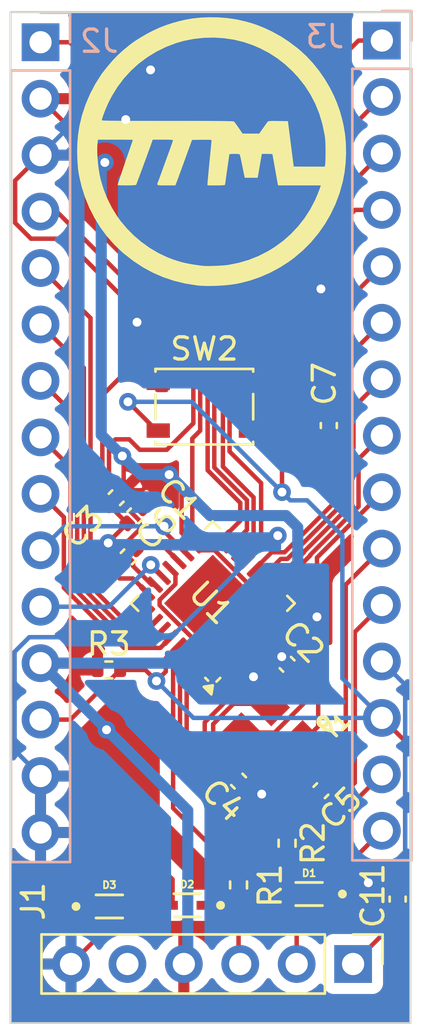
<source format=kicad_pcb>
(kicad_pcb (version 20240108) (generator "pcbnew") (generator_version "8.0")
  (layers (0 "F.Cu" signal) (31 "B.Cu" signal) (34 "B.Paste" user) (35 "F.Paste" user) (36 "B.SilkS" user "B.Silkscreen") (37 "F.SilkS" user "F.Silkscreen") (38 "B.Mask" user) (39 "F.Mask" user) (44 "Edge.Cuts" user))
  (net 0 "")
  (net 1 "D3")
  (net 2 "GND")
  (net 3 "+5V")
  (net 4 "Net-(U1-XTAL1{slash}PB6)")
  (net 5 "Net-(U1-XTAL2{slash}PB7)")
  (net 6 "D5")
  (net 7 "D6")
  (net 8 "D7")
  (net 9 "D8")
  (net 10 "D9")
  (net 11 "D10")
  (net 12 "D11")
  (net 13 "D12")
  (net 14 "D13")
  (net 15 "A6")
  (net 16 "Net-(U1-AREF)")
  (net 17 "A7")
  (net 18 "A0")
  (net 19 "A1")
  (net 20 "A2")
  (net 21 "A3")
  (net 22 "A4")
  (net 23 "A5")
  (net 24 "RESET")
  (net 25 "Net-(U1-PD0)")
  (net 26 "Net-(U1-PD1)")
  (net 27 "D2")
  (net 28 "Net-(J1-Pin_1)")
  (net 29 "TX{slash}D1")
  (net 30 "RX{slash}D0")
  (net 32 "D4")
  (footprint "huella y simbolos:TVS_LESD5D5.0CT1G" (layer "F.Cu") (at 97.8154 81.8134)
    (property "Reference" "D3" (at 0 -0.9652 0) (layer "F.SilkS") (effects (font (size 0.32 0.32) (thickness 0.08))))
    (property "Value" "LESD5D5.0CT1G" (hide yes))
    (pad "1" smd rect (at -0.66 0) (size 0.48 0.4) (layers "F.Cu" "F.Paste" "F.Mask") (net 2 "GND"))
    (pad "2" smd rect (at 0.66 0) (size 0.48 0.4) (layers "F.Cu" "F.Paste" "F.Mask") (net 3 "+5V"))
  )
  (footprint "huella y simbolos:TVS_LESD5D5.0CT1G" (layer "F.Cu") (at 101.3206 81.7626 180)
    (property "Reference" "D2" (at 0 0.9398 180) (layer "F.SilkS") (effects (font (size 0.32 0.32) (thickness 0.08))))
    (property "Value" "LESD5D5.0CT1G" (hide yes))
    (pad "1" smd rect (at -0.66 0 180) (size 0.48 0.4) (layers "F.Cu" "F.Paste" "F.Mask") (net 30 "RX{slash}D0"))
    (pad "2" smd rect (at 0.66 0 180) (size 0.48 0.4) (layers "F.Cu" "F.Paste" "F.Mask") (net 2 "GND"))
  )
  (footprint "Connector_PinHeader_2.54mm:PinHeader_1x06_P2.54mm_Vertical" (layer "F.Cu") (at 108.7882 84.4042 -90)
    (property "Reference" "J1" (at -2.8194 14.4018 90) (layer "F.SilkS"))
    (property "Value" "Screw_Terminal_01x06" (hide yes))
    (pad "1" thru_hole rect (at 0 0 270) (size 1.7 1.7) (drill 1) (layers "*.Cu" "*.Mask") (net 28 "Net-(J1-Pin_1)"))
    (pad "2" thru_hole oval (at 0 2.54 270) (size 1.7 1.7) (drill 1) (layers "*.Cu" "*.Mask") (net 29 "TX{slash}D1"))
    (pad "3" thru_hole oval (at 0 5.08 270) (size 1.7 1.7) (drill 1) (layers "*.Cu" "*.Mask") (net 30 "RX{slash}D0"))
    (pad "4" thru_hole oval (at 0 7.62 270) (size 1.7 1.7) (drill 1) (layers "*.Cu" "*.Mask") (net 3 "+5V"))
    (pad "5" thru_hole oval (at 0 10.16 270) (size 1.7 1.7) (drill 1) (layers "*.Cu" "*.Mask"))
    (pad "6" thru_hole oval (at 0 12.7 270) (size 1.7 1.7) (drill 1) (layers "*.Cu" "*.Mask") (net 2 "GND"))
  )
  (footprint "Capacitor_SMD:C_0402_1005Metric" (layer "F.Cu") (at 107.3404 76.6064 -135)
    (property "Reference" "C5" (at -0.071842 -1.185394 -135) (layer "F.SilkS"))
    (property "Value" "22pF")
    (pad "1" smd roundrect (at -0.48 0 225) (size 0.56 0.62) (layers "F.Cu" "F.Paste" "F.Mask") (net 5 "Net-(U1-XTAL2{slash}PB7)"))
    (pad "2" smd roundrect (at 0.48 0 225) (size 0.56 0.62) (layers "F.Cu" "F.Paste" "F.Mask") (net 2 "GND"))
  )
  (footprint "HUELLA DE v2:OSC_X322516MLB4SI" (layer "F.Cu") (at 105.2068 74.168 -135)
    (property "Reference" "Y1" (at -2.334867 -1.688288 -135) (layer "F.SilkS") (effects (font (size 0.64 0.64))))
    (property "Value" "X322516MLB4SI" (hide yes))
    (pad "1" smd rect (at -0.85 -1.1 225) (size 1.2 1.4) (layers "F.Cu" "F.Paste" "F.Mask") (net 5 "Net-(U1-XTAL2{slash}PB7)"))
    (pad "2" smd rect (at -0.85 1.1 225) (size 1.2 1.4) (layers "F.Cu" "F.Paste" "F.Mask") (net 2 "GND"))
    (pad "3" smd rect (at 0.85 1.1 225) (size 1.2 1.4) (layers "F.Cu" "F.Paste" "F.Mask") (net 4 "Net-(U1-XTAL1{slash}PB6)"))
    (pad "4" smd rect (at 0.85 -1.1 225) (size 1.2 1.4) (layers "F.Cu" "F.Paste" "F.Mask") (net 2 "GND"))
  )
  (footprint "huella y simbolos:TVS_LESD5D5.0CT1G" (layer "F.Cu") (at 106.807 81.2546 180)
    (property "Reference" "D1" (at 0 0.9398 180) (layer "F.SilkS") (effects (font (size 0.32 0.32))))
    (property "Value" "LESD5D5.0CT1G" (hide yes))
    (pad "1" smd rect (at -0.66 0 180) (size 0.48 0.4) (layers "F.Cu" "F.Paste" "F.Mask") (net 2 "GND"))
    (pad "2" smd rect (at 0.66 0 180) (size 0.48 0.4) (layers "F.Cu" "F.Paste" "F.Mask") (net 29 "TX{slash}D1"))
  )
  (footprint "Resistor_SMD:R_0402_1005Metric" (layer "F.Cu") (at 105.8164 78.9686 -90)
    (property "Reference" "R2" (at 0 -1.17 90) (layer "F.SilkS"))
    (property "Value" "1K")
    (pad "1" smd roundrect (at -0.51 0 270) (size 0.54 0.64) (layers "F.Cu" "F.Paste" "F.Mask") (net 26 "Net-(U1-PD1)"))
    (pad "2" smd roundrect (at 0.51 0 270) (size 0.54 0.64) (layers "F.Cu" "F.Paste" "F.Mask") (net 29 "TX{slash}D1"))
  )
  (footprint "Capacitor_SMD:C_0402_1005Metric" (layer "F.Cu") (at 110.7948 81.4832 -90)
    (property "Reference" "C11" (at -0.1524 1.1176 90) (layer "F.SilkS"))
    (property "Value" "0.1uF")
    (pad "1" smd roundrect (at -0.48 0 270) (size 0.56 0.62) (layers "F.Cu" "F.Paste" "F.Mask") (net 24 "RESET"))
    (pad "2" smd roundrect (at 0.48 0 270) (size 0.56 0.62) (layers "F.Cu" "F.Paste" "F.Mask") (net 28 "Net-(J1-Pin_1)"))
  )
  (footprint "Package_DFN_QFN:QFN-32-1EP_5x5mm_P0.5mm_EP3.1x3.1mm" (layer "F.Cu") (at 102.470297 68.174157 135)
    (property "Reference" "U1" (at 0.076971 -0.040263 135) (layer "F.SilkS"))
    (property "Value" "ATmega328P-A" (hide yes))
    (pad "1" smd roundrect (at -2.4375 -1.75 135) (size 0.875 0.25) (layers "F.Cu" "F.Paste" "F.Mask") (net 1 "D3"))
    (pad "2" smd roundrect (at -2.4375 -1.25 135) (size 0.875 0.25) (layers "F.Cu" "F.Paste" "F.Mask") (net 32 "D4"))
    (pad "3" smd roundrect (at -2.4375 -0.75 135) (size 0.875 0.25) (layers "F.Cu" "F.Paste" "F.Mask") (net 2 "GND"))
    (pad "4" smd roundrect (at -2.4375 -0.25 135) (size 0.875 0.25) (layers "F.Cu" "F.Paste" "F.Mask") (net 3 "+5V"))
    (pad "5" smd roundrect (at -2.4375 0.25 135) (size 0.875 0.25) (layers "F.Cu" "F.Paste" "F.Mask") (net 2 "GND"))
    (pad "6" smd roundrect (at -2.4375 0.75 135) (size 0.875 0.25) (layers "F.Cu" "F.Paste" "F.Mask") (net 3 "+5V"))
    (pad "7" smd roundrect (at -2.4375 1.25 135) (size 0.875 0.25) (layers "F.Cu" "F.Paste" "F.Mask") (net 4 "Net-(U1-XTAL1{slash}PB6)"))
    (pad "8" smd roundrect (at -2.4375 1.75 135) (size 0.875 0.25) (layers "F.Cu" "F.Paste" "F.Mask") (net 5 "Net-(U1-XTAL2{slash}PB7)"))
    (pad "9" smd roundrect (at -1.75 2.4375 135) (size 0.25 0.875) (layers "F.Cu" "F.Paste" "F.Mask") (net 6 "D5"))
    (pad "10" smd roundrect (at -1.25 2.4375 135) (size 0.25 0.875) (layers "F.Cu" "F.Paste" "F.Mask") (net 7 "D6"))
    (pad "11" smd roundrect (at -0.75 2.4375 135) (size 0.25 0.875) (layers "F.Cu" "F.Paste" "F.Mask") (net 8 "D7"))
    (pad "12" smd roundrect (at -0.25 2.4375 135) (size 0.25 0.875) (layers "F.Cu" "F.Paste" "F.Mask") (net 9 "D8"))
    (pad "13" smd roundrect (at 0.25 2.4375 135) (size 0.25 0.875) (layers "F.Cu" "F.Paste" "F.Mask") (net 10 "D9"))
    (pad "14" smd roundrect (at 0.75 2.4375 135) (size 0.25 0.875) (layers "F.Cu" "F.Paste" "F.Mask") (net 11 "D10"))
    (pad "15" smd roundrect (at 1.25 2.4375 135) (size 0.25 0.875) (layers "F.Cu" "F.Paste" "F.Mask") (net 12 "D11"))
    (pad "16" smd roundrect (at 1.75 2.4375 135) (size 0.25 0.875) (layers "F.Cu" "F.Paste" "F.Mask") (net 13 "D12"))
    (pad "17" smd roundrect (at 2.4375 1.75 135) (size 0.875 0.25) (layers "F.Cu" "F.Paste" "F.Mask") (net 14 "D13"))
    (pad "18" smd roundrect (at 2.4375 1.25 135) (size 0.875 0.25) (layers "F.Cu" "F.Paste" "F.Mask") (net 3 "+5V"))
    (pad "19" smd roundrect (at 2.4375 0.75 135) (size 0.875 0.25) (layers "F.Cu" "F.Paste" "F.Mask") (net 15 "A6"))
    (pad "20" smd roundrect (at 2.4375 0.25 135) (size 0.875 0.25) (layers "F.Cu" "F.Paste" "F.Mask") (net 16 "Net-(U1-AREF)"))
    (pad "21" smd roundrect (at 2.4375 -0.25 135) (size 0.875 0.25) (layers "F.Cu" "F.Paste" "F.Mask") (net 2 "GND"))
    (pad "22" smd roundrect (at 2.4375 -0.75 135) (size 0.875 0.25) (layers "F.Cu" "F.Paste" "F.Mask") (net 17 "A7"))
    (pad "23" smd roundrect (at 2.4375 -1.25 135) (size 0.875 0.25) (layers "F.Cu" "F.Paste" "F.Mask") (net 18 "A0"))
    (pad "24" smd roundrect (at 2.4375 -1.75 135) (size 0.875 0.25) (layers "F.Cu" "F.Paste" "F.Mask") (net 19 "A1"))
    (pad "25" smd roundrect (at 1.75 -2.4375 135) (size 0.25 0.875) (layers "F.Cu" "F.Paste" "F.Mask") (net 20 "A2"))
    (pad "26" smd roundrect (at 1.25 -2.4375 135) (size 0.25 0.875) (layers "F.Cu" "F.Paste" "F.Mask") (net 21 "A3"))
    (pad "27" smd roundrect (at 0.75 -2.4375 135) (size 0.25 0.875) (layers "F.Cu" "F.Paste" "F.Mask") (net 22 "A4"))
    (pad "28" smd roundrect (at 0.25 -2.4375 135) (size 0.25 0.875) (layers "F.Cu" "F.Paste" "F.Mask") (net 23 "A5"))
    (pad "29" smd roundrect (at -0.25 -2.4375 135) (size 0.25 0.875) (layers "F.Cu" "F.Paste" "F.Mask") (net 24 "RESET"))
    (pad "30" smd roundrect (at -0.75 -2.4375 135) (size 0.25 0.875) (layers "F.Cu" "F.Paste" "F.Mask") (net 25 "Net-(U1-PD0)"))
    (pad "31" smd roundrect (at -1.25 -2.4375 135) (size 0.25 0.875) (layers "F.Cu" "F.Paste" "F.Mask") (net 26 "Net-(U1-PD1)"))
    (pad "32" smd roundrect (at -1.75 -2.4375 135) (size 0.25 0.875) (layers "F.Cu" "F.Paste" "F.Mask") (net 27 "D2"))
    (pad "33" smd rect (at 0 0 135) (size 3.1 3.1) (property pad_prop_heatsink) (layers "F.Cu" "F.Mask"))
  )
  (footprint "proyecto_micro_v2:titan 2" (layer "F.Cu") (at 102.6668 47.9044)
    (property "Reference" " " (at -0.0508 0.508 0) (layer "F.SilkS") (effects (font (size 1.5 1.5) (thickness 0.3))))
    (property "Value" "LOGO" (hide yes))
  )
  (footprint "Button_Switch_SMD:SW_SPST_PTS810" (layer "F.Cu") (at 102.0904 59.3262)
    (property "Reference" "SW2" (at 0 -2.6 0) (layer "F.SilkS"))
    (property "Value" "PTS810")
    (pad "1" smd rect (at -2.075 -1.075) (size 1.05 0.65) (layers "F.Cu" "F.Paste" "F.Mask") (net 2 "GND"))
    (pad "1" smd rect (at 2.075 -1.075) (size 1.05 0.65) (layers "F.Cu" "F.Paste" "F.Mask") (net 2 "GND"))
    (pad "2" smd rect (at -2.075 1.075) (size 1.05 0.65) (layers "F.Cu" "F.Paste" "F.Mask") (net 24 "RESET"))
    (pad "2" smd rect (at 2.075 1.075) (size 1.05 0.65) (layers "F.Cu" "F.Paste" "F.Mask") (net 24 "RESET"))
  )
  (footprint "Resistor_SMD:R_0402_1005Metric" (layer "F.Cu") (at 97.79 71.1708)
    (property "Reference" "R3" (at 0 -1.17 0) (layer "F.SilkS"))
    (property "Value" "10k")
    (pad "1" smd roundrect (at -0.51 0) (size 0.54 0.64) (layers "F.Cu" "F.Paste" "F.Mask") (net 3 "+5V"))
    (pad "2" smd roundrect (at 0.51 0) (size 0.54 0.64) (layers "F.Cu" "F.Paste" "F.Mask") (net 24 "RESET"))
  )
  (footprint "Capacitor_SMD:C_0402_1005Metric" (layer "F.Cu") (at 107.696 60.1726 -90)
    (property "Reference" "C7" (at -1.8796 0.2032 90) (layer "F.SilkS"))
    (property "Value" "0.1uF")
    (pad "1" smd roundrect (at -0.48 0 270) (size 0.56 0.62) (layers "F.Cu" "F.Paste" "F.Mask") (net 2 "GND"))
    (pad "2" smd roundrect (at 0.48 0 270) (size 0.56 0.62) (layers "F.Cu" "F.Paste" "F.Mask") (net 24 "RESET"))
  )
  (footprint "Capacitor_SMD:C_0402_1005Metric" (layer "F.Cu") (at 98.9584 64.2366 -135)
    (property "Reference" "C1" (at -1.939735 -0.862105 -45) (layer "F.SilkS"))
    (property "Value" "4.7uF")
    (pad "1" smd roundrect (at -0.48 0 225) (size 0.56 0.62) (layers "F.Cu" "F.Paste" "F.Mask") (net 3 "+5V"))
    (pad "2" smd roundrect (at 0.48 0 225) (size 0.56 0.62) (layers "F.Cu" "F.Paste" "F.Mask") (net 2 "GND"))
  )
  (footprint "Capacitor_SMD:C_0402_1005Metric" (layer "F.Cu") (at 98.1202 63.4238 -135)
    (property "Reference" "C3" (at 1.993617 0.125724 -135) (layer "F.SilkS"))
    (property "Value" "1uF")
    (pad "1" smd roundrect (at -0.48 0 225) (size 0.56 0.62) (layers "F.Cu" "F.Paste" "F.Mask") (net 3 "+5V"))
    (pad "2" smd roundrect (at 0.48 0 225) (size 0.56 0.62) (layers "F.Cu" "F.Paste" "F.Mask") (net 2 "GND"))
  )
  (footprint "Resistor_SMD:R_0402_1005Metric" (layer "F.Cu") (at 103.632 80.8462 -90)
    (property "Reference" "R1" (at 0.0274 -1.4224 90) (layer "F.SilkS"))
    (property "Value" "1K")
    (pad "1" smd roundrect (at -0.51 0 270) (size 0.54 0.64) (layers "F.Cu" "F.Paste" "F.Mask") (net 25 "Net-(U1-PD0)"))
    (pad "2" smd roundrect (at 0.51 0 270) (size 0.54 0.64) (layers "F.Cu" "F.Paste" "F.Mask") (net 30 "RX{slash}D0"))
  )
  (footprint "Capacitor_SMD:C_0402_1005Metric" (layer "F.Cu") (at 105.8164 70.9168 -45)
    (property "Reference" "C2" (at -0.2025 -1.221315 135) (layer "F.SilkS"))
    (property "Value" "1uF")
    (pad "1" smd roundrect (at -0.48 0 315) (size 0.56 0.62) (layers "F.Cu" "F.Paste" "F.Mask") (net 3 "+5V"))
    (pad "2" smd roundrect (at 0.48 0 315) (size 0.56 0.62) (layers "F.Cu" "F.Paste" "F.Mask") (net 2 "GND"))
  )
  (footprint "Capacitor_SMD:C_0402_1005Metric" (layer "F.Cu") (at 103.632 76.1746 -45)
    (property "Reference" "C4" (at 0.107763 1.113552 135) (layer "F.SilkS"))
    (property "Value" "22pF")
    (pad "1" smd roundrect (at -0.48 0 315) (size 0.56 0.62) (layers "F.Cu" "F.Paste" "F.Mask") (net 4 "Net-(U1-XTAL1{slash}PB6)"))
    (pad "2" smd roundrect (at 0.48 0 315) (size 0.56 0.62) (layers "F.Cu" "F.Paste" "F.Mask") (net 2 "GND"))
  )
  (footprint "Capacitor_SMD:C_0402_1005Metric" (layer "F.Cu") (at 98.662811 66.081589 45)
    (property "Reference" "C6" (at 1.809078 0.035921 45) (layer "F.SilkS"))
    (property "Value" "100 nF")
    (pad "1" smd roundrect (at -0.48 0 45) (size 0.56 0.62) (layers "F.Cu" "F.Paste" "F.Mask") (net 2 "GND"))
    (pad "2" smd roundrect (at 0.48 0 45) (size 0.56 0.62) (layers "F.Cu" "F.Paste" "F.Mask") (net 16 "Net-(U1-AREF)"))
  )
  (footprint "Connector_PinHeader_2.54mm:PinHeader_1x15_P2.54mm_Vertical" (layer "B.Cu") (at 110.0836 42.8498 180)
    (property "Reference" "J3" (at 2.5654 0.1778 180) (layer "B.SilkS") (effects (justify mirror)))
    (property "Value" "Screw_Terminal_01x15" (hide yes))
    (pad "1" thru_hole rect (at 0 0 180) (size 1.7 1.7) (drill 1) (layers "*.Cu" "*.Mask") (net 13 "D12"))
    (pad "2" thru_hole oval (at 0 -2.54 180) (size 1.7 1.7) (drill 1) (layers "*.Cu" "*.Mask") (net 12 "D11"))
    (pad "3" thru_hole oval (at 0 -5.08 180) (size 1.7 1.7) (drill 1) (layers "*.Cu" "*.Mask") (net 11 "D10"))
    (pad "4" thru_hole oval (at 0 -7.62 180) (size 1.7 1.7) (drill 1) (layers "*.Cu" "*.Mask") (net 10 "D9"))
    (pad "5" thru_hole oval (at 0 -10.16 180) (size 1.7 1.7) (drill 1) (layers "*.Cu" "*.Mask") (net 9 "D8"))
    (pad "6" thru_hole oval (at 0 -12.7 180) (size 1.7 1.7) (drill 1) (layers "*.Cu" "*.Mask") (net 8 "D7"))
    (pad "7" thru_hole oval (at 0 -15.24 180) (size 1.7 1.7) (drill 1) (layers "*.Cu" "*.Mask") (net 7 "D6"))
    (pad "8" thru_hole oval (at 0 -17.78 180) (size 1.7 1.7) (drill 1) (layers "*.Cu" "*.Mask") (net 6 "D5"))
    (pad "9" thru_hole oval (at 0 -20.32 180) (size 1.7 1.7) (drill 1) (layers "*.Cu" "*.Mask") (net 32 "D4"))
    (pad "10" thru_hole oval (at 0 -22.86 180) (size 1.7 1.7) (drill 1) (layers "*.Cu" "*.Mask") (net 1 "D3"))
    (pad "11" thru_hole oval (at 0 -25.4 180) (size 1.7 1.7) (drill 1) (layers "*.Cu" "*.Mask") (net 27 "D2"))
    (pad "12" thru_hole oval (at 0 -27.94 180) (size 1.7 1.7) (drill 1) (layers "*.Cu" "*.Mask") (net 2 "GND"))
    (pad "13" thru_hole oval (at 0 -30.48 180) (size 1.7 1.7) (drill 1) (layers "*.Cu" "*.Mask") (net 24 "RESET"))
    (pad "14" thru_hole oval (at 0 -33.02 180) (size 1.7 1.7) (drill 1) (layers "*.Cu" "*.Mask") (net 30 "RX{slash}D0"))
    (pad "15" thru_hole oval (at 0 -35.56 180) (size 1.7 1.7) (drill 1) (layers "*.Cu" "*.Mask") (net 29 "TX{slash}D1"))
  )
  (footprint "Connector_PinHeader_2.54mm:PinHeader_1x15_P2.54mm_Vertical" (layer "B.Cu") (at 94.7166 42.926 180)
    (property "Reference" "J2" (at -2.6416 0.0508 180) (layer "B.SilkS") (effects (justify mirror)))
    (property "Value" "Screw_Terminal_01x15" (hide yes))
    (pad "1" thru_hole rect (at 0 0 180) (size 1.7 1.7) (drill 1) (layers "*.Cu" "*.Mask") (net 14 "D13"))
    (pad "2" thru_hole oval (at 0 -2.54 180) (size 1.7 1.7) (drill 1) (layers "*.Cu" "*.Mask") (net 3 "+5V"))
    (pad "3" thru_hole oval (at 0 -5.08 180) (size 1.7 1.7) (drill 1) (layers "*.Cu" "*.Mask") (net 2 "GND"))
    (pad "4" thru_hole oval (at 0 -7.62 180) (size 1.7 1.7) (drill 1) (layers "*.Cu" "*.Mask") (net 18 "A0"))
    (pad "5" thru_hole oval (at 0 -10.16 180) (size 1.7 1.7) (drill 1) (layers "*.Cu" "*.Mask") (net 19 "A1"))
    (pad "6" thru_hole oval (at 0 -12.7 180) (size 1.7 1.7) (drill 1) (layers "*.Cu" "*.Mask") (net 20 "A2"))
    (pad "7" thru_hole oval (at 0 -15.24 180) (size 1.7 1.7) (drill 1) (layers "*.Cu" "*.Mask") (net 21 "A3"))
    (pad "8" thru_hole oval (at 0 -17.78 180) (size 1.7 1.7) (drill 1) (layers "*.Cu" "*.Mask") (net 22 "A4"))
    (pad "9" thru_hole oval (at 0 -20.32 180) (size 1.7 1.7) (drill 1) (layers "*.Cu" "*.Mask") (net 23 "A5"))
    (pad "10" thru_hole oval (at 0 -22.86 180) (size 1.7 1.7) (drill 1) (layers "*.Cu" "*.Mask") (net 15 "A6"))
    (pad "11" thru_hole oval (at 0 -25.4 180) (size 1.7 1.7) (drill 1) (layers "*.Cu" "*.Mask") (net 17 "A7"))
    (pad "12" thru_hole oval (at 0 -27.94 180) (size 1.7 1.7) (drill 1) (layers "*.Cu" "*.Mask") (net 3 "+5V"))
    (pad "13" thru_hole oval (at 0 -30.48 180) (size 1.7 1.7) (drill 1) (layers "*.Cu" "*.Mask") (net 24 "RESET"))
    (pad "14" thru_hole oval (at 0 -33.02 180) (size 1.7 1.7) (drill 1) (layers "*.Cu" "*.Mask") (net 2 "GND"))
    (pad "15" thru_hole oval (at 0 -35.56 180) (size 1.7 1.7) (drill 1) (layers "*.Cu" "*.Mask") (net 2 "GND"))
  )
  (gr_rect (start 93.3672 41.5686) (end 111.3672 87.0686) (stroke (width 0.1)) (fill none) (layer "Edge.Cuts"))
  (segment (start 103.7082 71.9328) (end 102.108 73.533) (width 0.2) (layer "F.Cu") (net 1))
  (segment (start 108.458 76.21005) (end 108.458 67.3354) (width 0.2) (layer "F.Cu") (net 1))
  (segment (start 103.7082 71.886934) (end 103.7082 71.9328) (width 0.2) (layer "F.Cu") (net 1))
  (segment (start 108.458 67.3354) (end 110.0836 65.7098) (width 0.2) (layer "F.Cu") (net 1))
  (segment (start 102.956433 71.135167) (end 103.7082 71.886934) (width 0.2) (layer "F.Cu") (net 1))
  (segment (start 102.108 75.796114) (end 103.819644 77.507758) (width 0.2) (layer "F.Cu") (net 1))
  (segment (start 103.819644 77.507758) (end 107.160292 77.507758) (width 0.2) (layer "F.Cu") (net 1))
  (segment (start 107.160292 77.507758) (end 108.458 76.21005) (width 0.2) (layer "F.Cu") (net 1))
  (segment (start 102.108 73.533) (end 102.108 75.796114) (width 0.2) (layer "F.Cu") (net 1))
  (segment (start 100.0154 58.2512) (end 100.0154 56.556) (width 0.2) (layer "F.Cu") (net 2))
  (segment (start 99.06 57.2516) (end 97.4996 58.812) (width 0.2) (layer "F.Cu") (net 2))
  (segment (start 103.444009 69.746028) (end 103.444009 70.208529) (width 0.2) (layer "F.Cu") (net 2))
  (segment (start 99.06 55.0418) (end 95.7834 51.7652) (width 0.2) (layer "F.Cu") (net 2))
  (segment (start 102.489 73.6092) (end 102.489 75.75285) (width 0.2) (layer "F.Cu") (net 2))
  (segment (start 100.569948 66.627361) (end 100.789478 66.846891) (width 0.2) (layer "F.Cu") (net 2))
  (segment (start 100.0154 56.556) (end 99.06 55.6006) (width 0.2) (layer "F.Cu") (net 2))
  (segment (start 97.1554 81.8134) (end 97.1554 83.337) (width 0.2) (layer "F.Cu") (net 2))
  (segment (start 104.370646 69.720953) (end 104.089757 69.440064) (width 0.2) (layer "F.Cu") (net 2))
  (segment (start 98.3234 66.421) (end 97.7646 65.8622) (width 0.2) (layer "F.Cu") (net 2))
  (segment (start 102.964528 70.1548) (end 103.39028 70.1548) (width 0.2) (layer "F.Cu") (net 2))
  (segment (start 97.4996 58.812) (end 97.4996 63.482022) (width 0.2) (layer "F.Cu") (net 2))
  (segment (start 103.971411 76.514011) (end 104.428611 76.514011) (width 0.2) (layer "F.Cu") (net 2))
  (segment (start 108.966 81.2546) (end 109.474 80.7466) (width 0.2) (layer "F.Cu") (net 2))
  (segment (start 100.6606 80.5946) (end 98.552 78.486) (width 0.2) (layer "F.Cu") (net 2))
  (segment (start 97.7646 65.4304) (end 98.618989 64.576011) (width 0.2) (layer "F.Cu") (net 2))
  (segment (start 100.078266 68.257) (end 102.387454 70.566188) (width 0.2) (layer "F.Cu") (net 2))
  (segment (start 97.4996 63.482022) (end 97.780789 63.763211) (width 0.2) (layer "F.Cu") (net 2))
  (segment (start 93.5736 49.149) (end 94.7166 48.006) (width 0.2) (layer "F.Cu") (net 2))
  (segment (start 98.552 78.486) (end 94.7166 78.486) (width 0.2) (layer "F.Cu") (net 2))
  (segment (start 100.6606 81.7626) (end 100.6606 80.5946) (width 0.2) (layer "F.Cu") (net 2))
  (segment (start 103.4034 72.6948) (end 102.489 73.6092) (width 0.2) (layer "F.Cu") (net 2))
  (segment (start 104.112869 70.877389) (end 104.887989 70.877389) (width 0.2) (layer "F.Cu") (net 2))
  (segment (start 106.2546 58.2512) (end 107.696 59.6926) (width 0.2) (layer "F.Cu") (net 2))
  (segment (start 97.7646 65.8622) (end 97.7646 65.4558) (width 0.2) (layer "F.Cu") (net 2))
  (segment (start 103.66354 70.42806) (end 104.112869 70.877389) (width 0.2) (layer "F.Cu") (net 2))
  (segment (start 103.250161 76.514011) (end 103.971411 76.514011) (width 0.2) (layer "F.Cu") (net 2))
  (segment (start 103.39028 70.1548) (end 103.66354 70.42806) (width 0.2) (layer "F.Cu") (net 2))
  (segment (start 100.789478 66.846891) (end 100.789478 67.309393) (width 0.2) (layer "F.Cu") (net 2))
  (segment (start 93.5736 51.054) (end 93.5736 49.149) (width 0.2) (layer "F.Cu") (net 2))
  (segment (start 99.06 55.5244) (end 99.06 57.2516) (width 0.2) (layer "F.Cu") (net 2))
  (segment (start 103.444009 70.208529) (end 103.66354 70.42806) (width 0.2) (layer "F.Cu") (net 2))
  (segment (start 97.780789 63.763211) (end 97.806189 63.763211) (width 0.2) (layer "F.Cu") (net 2))
  (segment (start 104.887989 70.877389) (end 105.3084 71.2978) (width 0.2) (layer "F.Cu") (net 2))
  (segment (start 100.789478 67.309393) (end 100.078266 68.020605) (width 0.2) (layer "F.Cu") (net 2))
  (segment (start 94.2848 51.7652) (end 93.5736 51.054) (width 0.2) (layer "F.Cu") (net 2))
  (segment (start 99.06 55.6006) (end 99.06 55.5244) (width 0.2) (layer "F.Cu") (net 2))
  (segment (start 105.383577 75.546858) (end 104.938564 75.546858) (width 0.2) (layer "F.Cu") (net 2))
  (segment (start 104.1654 58.2512) (end 104.1654 57.2008) (width 0.2) (layer "F.Cu") (net 2))
  (segment (start 97.1554 83.337) (end 96.0882 84.4042) (width 0.2) (layer "F.Cu") (net 2))
  (segment (start 104.1654 57.2008) (end 107.3404 54.0258) (width 0.2) (layer "F.Cu") (net 2))
  (segment (start 98.3234 66.421) (end 98.104197 66.201797) (width 0.2) (layer "F.Cu") (net 2))
  (segment (start 97.7646 65.8622) (end 97.7646 65.4304) (width 0.2) (layer "F.Cu") (net 2))
  (segment (start 102.55314 70.566188) (end 102.964528 70.1548) (width 0.2) (layer "F.Cu") (net 2))
  (segment (start 102.489 75.75285) (end 103.250161 76.514011) (width 0.2) (layer "F.Cu") (net 2))
  (segment (start 104.089757 69.440064) (end 103.749973 69.440064) (width 0.2) (layer "F.Cu") (net 2))
  (segment (start 99.06 55.5244) (end 99.06 55.0418) (width 0.2) (layer "F.Cu") (net 2))
  (segment (start 102.387454 70.566188) (end 102.55314 70.566188) (width 0.2) (layer "F.Cu") (net 2))
  (segment (start 104.938564 75.546858) (end 103.971411 76.514011) (width 0.2) (layer "F.Cu") (net 2))
  (segment (start 105.3084 71.2978) (end 106.171999 71.2978) (width 0.2) (layer "F.Cu") (net 2))
  (segment (start 104.428611 76.514011) (end 104.6734 76.7588) (width 0.2) (layer "F.Cu") (net 2))
  (segment (start 95.7834 51.7652) (end 94.2848 51.7652) (width 0.2) (layer "F.Cu") (net 2))
  (segment (start 98.104197 66.201797) (end 97.7646 65.8622) (width 0.2) (layer "F.Cu") (net 2))
  (segment (start 104.1654 58.2512) (end 106.2546 58.2512) (width 0.2) (layer "F.Cu") (net 2))
  (segment (start 103.749973 69.440064) (end 103.444009 69.746028) (width 0.2) (layer "F.Cu") (net 2))
  (segment (start 99.9744 58.5724) (end 100.371 58.5724) (width 0.2) (layer "F.Cu") (net 2))
  (segment (start 105.602036 75.546858) (end 105.383577 75.546858) (width 0.2) (layer "F.Cu") (net 2))
  (segment (start 100.078266 68.020605) (end 100.078266 68.257) (width 0.2) (layer "F.Cu") (net 2))
  (segment (start 107.467 81.2546) (end 108.966 81.2546) (width 0.2) (layer "F.Cu") (net 2))
  (segment (start 104.775 72.6948) (end 103.4034 72.6948) (width 0.2) (layer "F.Cu") (net 2))
  (segment (start 107.000989 76.945811) (end 105.602036 75.546858) (width 0.2) (layer "F.Cu") (net 2))
  (segment (start 106.171999 71.2978) (end 104.775 72.6948) (width 0.2) (layer "F.Cu") (net 2))
  (segment (start 97.806189 63.763211) (end 98.618989 64.576011) (width 0.2) (layer "F.Cu") (net 2))
  (via (at 109.474 80.7466) (size 0.8) (drill 0.4) (layers "F.Cu" "B.Cu") (net 2))
  (via (at 99.6696 44.1706) (size 0.8) (drill 0.4) (layers "F.Cu" "B.Cu") (net 2))
  (via (at 107.3404 54.0258) (size 0.8) (drill 0.4) (layers "F.Cu" "B.Cu") (net 2))
  (via (at 104.6734 76.7588) (size 0.8) (drill 0.4) (layers "F.Cu" "B.Cu") (net 2))
  (via (at 99.06 55.5244) (size 0.8) (drill 0.4) (layers "F.Cu" "B.Cu") (net 2))
  (via (at 97.7646 65.4558) (size 0.8) (drill 0.4) (layers "F.Cu" "B.Cu") (net 2))
  (via (at 98.552 46.4058) (size 0.8) (drill 0.4) (layers "F.Cu" "B.Cu") (net 2))
  (via (at 105.398 65.125992) (size 0.8) (drill 0.4) (layers "F.Cu" "B.Cu") (net 2))
  (segment (start 95.758 48.006) (end 97.3582 46.4058) (width 0.2) (layer "B.Cu") (net 2))
  (segment (start 109.728 80.7466) (end 109.474 80.7466) (width 0.2) (layer "B.Cu") (net 2))
  (segment (start 93.5482 74.7776) (end 93.5482 70.358) (width 0.2) (layer "B.Cu") (net 2))
  (segment (start 94.7166 75.946) (end 93.5482 74.7776) (width 0.2) (layer "B.Cu") (net 2))
  (segment (start 97.7646 65.4558) (end 97.8408 65.532) (width 0.5) (layer "B.Cu") (net 2))
  (segment (start 94.2086 69.6976) (end 100.603214 69.6976) (width 0.2) (layer "B.Cu") (net 2))
  (segment (start 111.1336 71.8398) (end 111.1336 79.341) (width 0.2) (layer "B.Cu") (net 2))
  (segment (start 110.0836 70.7898) (end 111.1336 71.8398) (width 0.2) (layer "B.Cu") (net 2))
  (segment (start 98.552 44.1706) (end 99.6696 44.1706) (width 0.2) (layer "B.Cu") (net 2))
  (segment (start 105.174822 65.125992) (end 105.398 65.125992) (width 0.2) (layer "B.Cu") (net 2))
  (segment (start 100.603214 69.6976) (end 105.174822 65.125992) (width 0.2) (layer "B.Cu") (net 2))
  (segment (start 111.1336 79.341) (end 109.728 80.7466) (width 0.2) (layer "B.Cu") (net 2))
  (segment (start 97.8408 65.532) (end 104.991992 65.532) (width 0.5) (layer "B.Cu") (net 2))
  (segment (start 94.7166 48.006) (end 98.552 44.1706) (width 0.2) (layer "B.Cu") (net 2))
  (segment (start 93.5482 70.358) (end 94.2086 69.6976) (width 0.2) (layer "B.Cu") (net 2))
  (segment (start 94.7166 48.006) (end 95.758 48.006) (width 0.2) (layer "B.Cu") (net 2))
  (segment (start 97.3582 46.4058) (end 98.552 46.4058) (width 0.2) (layer "B.Cu") (net 2))
  (segment (start 104.991992 65.532) (end 105.398 65.125992) (width 0.5) (layer "B.Cu") (net 2))
  (segment (start 100.5078 62.3824) (end 100.5078 62.6872) (width 0.2) (layer "F.Cu") (net 3))
  (segment (start 104.7242 69.3674) (end 105.476989 70.120189) (width 0.2) (layer "F.Cu") (net 3))
  (segment (start 110.0836 63.1952) (end 107.1626 66.1162) (width 0.2) (layer "F.Cu") (net 3))
  (segment (start 101.630608 65.566701) (end 101.850138 65.786231) (width 0.2) (layer "F.Cu") (net 3))
  (segment (start 104.504669 69.147869) (end 104.7242 69.3674) (width 0.2) (layer "F.Cu") (net 3))
  (segment (start 94.7166 45.466) (end 97.5868 48.3362) (width 0.2) (layer "F.Cu") (net 3))
  (segment (start 101.0666 62.9412) (end 100.5078 62.3824) (width 0.2) (layer "F.Cu") (net 3))
  (segment (start 99.297811 63.084389) (end 99.9998 62.3824) (width 0.2) (layer "F.Cu") (net 3))
  (segment (start 98.459611 63.084389) (end 98.459611 61.604211) (width 0.2) (layer "F.Cu") (net 3))
  (segment (start 102.55314 65.782126) (end 104.862328 68.091314) (width 0.2) (layer "F.Cu") (net 3))
  (segment (start 101.850138 65.786231) (end 102.312639 65.786231) (width 0.2) (layer "F.Cu") (net 3))
  (segment (start 104.504669 68.685368) (end 104.504669 69.147869) (width 0.2) (layer "F.Cu") (net 3))
  (segment (start 102.312639 65.786231) (end 102.316744 65.782126) (width 0.2) (layer "F.Cu") (net 3))
  (segment (start 104.862328 68.327709) (end 104.504669 68.685368) (width 0.2) (layer "F.Cu") (net 3))
  (segment (start 107.1626 66.1162) (end 107.1626 68.7832) (width 0.2) (layer "F.Cu") (net 3))
  (segment (start 104.519976 70.577389) (end 105.476989 70.577389) (width 0.2) (layer "F.Cu") (net 3))
  (segment (start 101.630608 65.566701) (end 101.0666 65.002693) (width 0.2) (layer "F.Cu") (net 3))
  (segment (start 104.017093 70.074506) (end 104.519976 70.577389) (width 0.2) (layer "F.Cu") (net 3))
  (segment (start 102.316744 65.782126) (end 102.55314 65.782126) (width 0.2) (layer "F.Cu") (net 3))
  (segment (start 104.006924 71.478551) (end 104.30499 71.478551) (width 0.2) (layer "F.Cu") (net 3))
  (segment (start 103.309986 70.781613) (end 104.006924 71.478551) (width 0.2) (layer "F.Cu") (net 3))
  (segment (start 99.9998 62.3824) (end 100.5078 62.3824) (width 0.2) (layer "F.Cu") (net 3))
  (segment (start 97.5868 48.3362) (end 97.6122 48.3362) (width 0.2) (layer "F.Cu") (net 3))
  (segment (start 110.0836 63.1698) (end 110.0836 63.1952) (width 0.2) (layer "F.Cu") (net 3))
  (segment (start 104.862328 68.091314) (end 104.862328 68.327709) (width 0.2) (layer "F.Cu") (net 3))
  (segment (start 105.481524 70.572854) (end 105.576099 70.572854) (width 0.2) (layer "F.Cu") (net 3))
  (segment (start 98.459611 61.604211) (end 98.3996 61.5442) (width 0.2) (layer "F.Cu") (net 3))
  (segment (start 105.476989 70.120189) (end 105.476989 70.577389) (width 0.2) (layer "F.Cu") (net 3))
  (segment (start 100.5078 62.6872) (end 99.297811 63.897189) (width 0.2) (layer "F.Cu") (net 3))
  (segment (start 98.459611 63.084389) (end 99.297811 63.084389) (width 0.2) (layer "F.Cu") (net 3))
  (segment (start 105.476989 70.577389) (end 105.481524 70.572854) (width 0.2) (layer "F.Cu") (net 3))
  (segment (start 101.0666 65.002693) (end 101.0666 62.9412) (width 0.2) (layer "F.Cu") (net 3))
  (via (at 105.576099 70.572854) (size 0.8) (drill 0.4) (layers "F.Cu" "B.Cu") (net 3))
  (via (at 98.3996 61.5442) (size 0.8) (drill 0.4) (layers "F.Cu" "B.Cu") (net 3))
  (via (at 104.30499 71.478551) (size 0.8) (drill 0.4) (layers "F.Cu" "B.Cu") (net 3))
  (via (at 97.6884 73.8632) (size 0.8) (drill 0.4) (layers "F.Cu" "B.Cu") (net 3))
  (via (at 97.6122 48.3362) (size 0.8) (drill 0.4) (layers "F.Cu" "B.Cu") (net 3))
  (via (at 107.1626 68.7832) (size 0.8) (drill 0.4) (layers "F.Cu" "B.Cu") (net 3))
  (via (at 100.5078 62.3824) (size 0.8) (drill 0.4) (layers "F.Cu" "B.Cu") (net 3))
  (segment (start 99.2378 62.3824) (end 100.5078 62.3824) (width 0.5) (layer "B.Cu") (net 3))
  (segment (start 105.584849 71.478551) (end 104.30499 71.478551) (width 0.5) (layer "B.Cu") (net 3))
  (segment (start 105.282953 70.866) (end 105.576099 70.572854) (width 0.5) (layer "B.Cu") (net 3))
  (segment (start 97.6122 48.3362) (end 97.4488 48.4996) (width 0.5) (layer "B.Cu") (net 3))
  (segment (start 107.1626 69.9008) (end 105.584849 71.478551) (width 0.5) (layer "B.Cu") (net 3))
  (segment (start 97.7138 73.8632) (end 101.346 77.4954) (width 0.5) (layer "B.Cu") (net 3))
  (segment (start 105.869245 70.866) (end 105.576099 70.572854) (width 0.5) (layer "B.Cu") (net 3))
  (segment (start 102.351392 64.225992) (end 105.770793 64.225992) (width 0.5) (layer "B.Cu") (net 3))
  (segment (start 106.298 69.850953) (end 105.576099 70.572854) (width 0.5) (layer "B.Cu") (net 3))
  (segment (start 97.4488 48.4996) (end 97.4488 60.5934) (width 0.5) (layer "B.Cu") (net 3))
  (segment (start 101.346 84.2264) (end 101.1682 84.4042) (width 0.5) (layer "B.Cu") (net 3))
  (segment (start 106.1974 70.866) (end 105.869245 70.866) (width 0.5) (layer "B.Cu") (net 3))
  (segment (start 97.4488 60.5934) (end 98.3996 61.5442) (width 0.5) (layer "B.Cu") (net 3))
  (segment (start 97.6884 73.8378) (end 97.6884 73.8632) (width 0.5) (layer "B.Cu") (net 3))
  (segment (start 94.7166 70.866) (end 105.282953 70.866) (width 0.5) (layer "B.Cu") (net 3))
  (segment (start 105.770793 64.225992) (end 106.298 64.753199) (width 0.5) (layer "B.Cu") (net 3))
  (segment (start 98.3996 61.5442) (end 99.2378 62.3824) (width 0.5) (layer "B.Cu") (net 3))
  (segment (start 100.5078 62.3824) (end 102.351392 64.225992) (width 0.5) (layer "B.Cu") (net 3))
  (segment (start 107.1626 69.9008) (end 106.1974 70.866) (width 0.5) (layer "B.Cu") (net 3))
  (segment (start 101.346 77.4954) (end 101.346 84.2264) (width 0.5) (layer "B.Cu") (net 3))
  (segment (start 106.298 64.753199) (end 106.298 69.850953) (width 0.5) (layer "B.Cu") (net 3))
  (segment (start 94.7166 70.866) (end 97.6884 73.8378) (width 0.5) (layer "B.Cu") (net 3))
  (segment (start 107.1626 68.7832) (end 107.1626 69.9008) (width 0.5) (layer "B.Cu") (net 3))
  (segment (start 97.6884 73.8632) (end 97.7138 73.8632) (width 0.5) (layer "B.Cu") (net 3))
  (segment (start 106.817758 70.753851) (end 105.077753 69.013846) (width 0.2) (layer "F.Cu") (net 4))
  (segment (start 103.827942 73.991223) (end 105.256577 73.991223) (width 0.2) (layer "F.Cu") (net 4))
  (segment (start 106.817758 72.430042) (end 106.817758 70.753851) (width 0.2) (layer "F.Cu") (net 4))
  (segment (start 103.292589 75.835189) (end 103.292589 74.526576) (width 0.2) (layer "F.Cu") (net 4))
  (segment (start 105.256577 73.991223) (end 106.817758 72.430042) (width 0.2) (layer "F.Cu") (net 4))
  (segment (start 103.292589 74.526576) (end 103.827942 73.991223) (width 0.2) (layer "F.Cu") (net 4))
  (segment (start 107.679811 75.43893) (end 106.585658 74.344777) (width 0.2) (layer "F.Cu") (net 5))
  (segment (start 106.585658 74.344777) (end 107.217758 73.712677) (width 0.2) (layer "F.Cu") (net 5))
  (segment (start 107.217758 73.712677) (end 107.217758 70.438558) (width 0.2) (layer "F.Cu") (net 5))
  (segment (start 107.679811 76.266989) (end 107.679811 75.43893) (width 0.2) (layer "F.Cu") (net 5))
  (segment (start 107.217758 70.438558) (end 105.439493 68.660293) (width 0.2) (layer "F.Cu") (net 5))
  (segment (start 105.439493 68.660293) (end 105.431307 68.660293) (width 0.2) (layer "F.Cu") (net 5))
  (segment (start 109.0336 63.820936) (end 109.0336 61.6798) (width 0.2) (layer "F.Cu") (net 6))
  (segment (start 109.0336 61.6798) (end 110.0836 60.6298) (width 0.2) (layer "F.Cu") (net 6))
  (segment (start 105.431307 67.448629) (end 106.8626 66.017336) (width 0.2) (layer "F.Cu") (net 6))
  (segment (start 106.8626 66.017336) (end 106.8626 65.991936) (width 0.2) (layer "F.Cu") (net 6))
  (segment (start 105.431307 67.688021) (end 105.431307 67.448629) (width 0.2) (layer "F.Cu") (net 6))
  (segment (start 106.8626 65.991936) (end 109.0336 63.820936) (width 0.2) (layer "F.Cu") (net 6))
  (segment (start 108.7336 63.696672) (end 108.7336 61.258242) (width 0.2) (layer "F.Cu") (net 7))
  (segment (start 105.077753 67.334468) (end 105.121204 67.334468) (width 0.2) (layer "F.Cu") (net 7))
  (segment (start 108.7336 61.258242) (end 108.806 61.185842) (width 0.2) (layer "F.Cu") (net 7))
  (segment (start 106.5626 65.893072) (end 106.5626 65.867672) (width 0.2) (layer "F.Cu") (net 7))
  (segment (start 105.121204 67.334468) (end 106.5626 65.893072) (width 0.2) (layer "F.Cu") (net 7))
  (segment (start 106.5626 65.867672) (end 108.7336 63.696672) (width 0.2) (layer "F.Cu") (net 7))
  (segment (start 108.806 61.185842) (end 108.806 59.3674) (width 0.2) (layer "F.Cu") (net 7))
  (segment (start 108.806 59.3674) (end 110.0836 58.0898) (width 0.2) (layer "F.Cu") (net 7))
  (segment (start 108.4336 61.133978) (end 108.506 61.061578) (width 0.2) (layer "F.Cu") (net 8))
  (segment (start 108.506 61.061578) (end 108.506 57.1274) (width 0.2) (layer "F.Cu") (net 8))
  (segment (start 108.4336 63.572408) (end 108.4336 61.133978) (width 0.2) (layer "F.Cu") (net 8))
  (segment (start 108.506 57.1274) (end 110.0836 55.5498) (width 0.2) (layer "F.Cu") (net 8))
  (segment (start 104.7242 66.980914) (end 105.529122 66.175992) (width 0.2) (layer "F.Cu") (net 8))
  (segment (start 105.529122 66.175992) (end 105.830016 66.175992) (width 0.2) (layer "F.Cu") (net 8))
  (segment (start 105.830016 66.175992) (end 108.4336 63.572408) (width 0.2) (layer "F.Cu") (net 8))
  (segment (start 108.1336 63.448144) (end 108.1336 61.009714) (width 0.2) (layer "F.Cu") (net 9))
  (segment (start 105.122015 65.875992) (end 105.705752 65.875992) (width 0.2) (layer "F.Cu") (net 9))
  (segment (start 108.1336 61.009714) (end 108.206 60.937314) (width 0.2) (layer "F.Cu") (net 9))
  (segment (start 105.705752 65.875992) (end 108.1336 63.448144) (width 0.2) (layer "F.Cu") (net 9))
  (segment (start 104.370646 66.627361) (end 105.122015 65.875992) (width 0.2) (layer "F.Cu") (net 9))
  (segment (start 108.206 54.8874) (end 110.0836 53.0098) (width 0.2) (layer "F.Cu") (net 9))
  (segment (start 108.206 60.937314) (end 108.206 54.8874) (width 0.2) (layer "F.Cu") (net 9))
  (segment (start 104.648 62.7634) (end 103.227 61.3424) (width 0.2) (layer "F.Cu") (net 10))
  (segment (start 103.227 61.3424) (end 103.227 56.124319) (width 0.2) (layer "F.Cu") (net 10))
  (segment (start 104.648 65.642901) (end 104.648 62.7634) (width 0.2) (layer "F.Cu") (net 10))
  (segment (start 103.227 56.124319) (end 108.881519 50.4698) (width 0.2) (layer "F.Cu") (net 10))
  (segment (start 108.881519 50.4698) (end 110.0836 50.4698) (width 0.2) (layer "F.Cu") (net 10))
  (segment (start 104.017093 66.273808) (end 104.648 65.642901) (width 0.2) (layer "F.Cu") (net 10))
  (segment (start 104.3082 63.403872) (end 102.927 62.022672) (width 0.2) (layer "F.Cu") (net 11))
  (segment (start 103.66354 65.920254) (end 104.3082 65.275594) (width 0.2) (layer "F.Cu") (net 11))
  (segment (start 102.927 62.022672) (end 102.927 55.0864) (width 0.2) (layer "F.Cu") (net 11))
  (segment (start 104.3082 65.275594) (end 104.3082 63.403872) (width 0.2) (layer "F.Cu") (net 11))
  (segment (start 102.927 55.0864) (end 110.0836 47.9298) (width 0.2) (layer "F.Cu") (net 11))
  (segment (start 103.309986 65.566701) (end 104.0082 64.868487) (width 0.2) (layer "F.Cu") (net 12))
  (segment (start 102.5398 52.9336) (end 110.0836 45.3898) (width 0.2) (layer "F.Cu") (net 12))
  (segment (start 104.0082 63.528136) (end 102.5398 62.059736) (width 0.2) (layer "F.Cu") (net 12))
  (segment (start 102.5398 62.059736) (end 102.5398 52.9336) (width 0.2) (layer "F.Cu") (net 12))
  (segment (start 104.0082 64.868487) (end 104.0082 63.528136) (width 0.2) (layer "F.Cu") (net 12))
  (segment (start 102.2398 50.046936) (end 102.2508 50.035936) (width 0.2) (layer "F.Cu") (net 13))
  (segment (start 103.7082 64.46138) (end 103.7082 63.6524) (width 0.2) (layer "F.Cu") (net 13))
  (segment (start 102.2508 50.035936) (end 102.2508 49.6326) (width 0.2) (layer "F.Cu") (net 13))
  (segment (start 103.7082 63.6524) (end 102.2398 62.184) (width 0.2) (layer "F.Cu") (net 13))
  (segment (start 102.956433 65.213147) (end 103.7082 64.46138) (width 0.2) (layer "F.Cu") (net 13))
  (segment (start 102.2508 49.6326) (end 109.0336 42.8498) (width 0.2) (layer "F.Cu") (net 13))
  (segment (start 109.0336 42.8498) (end 110.0836 42.8498) (width 0.2) (layer "F.Cu") (net 13))
  (segment (start 102.2398 62.184) (end 102.2398 50.046936) (width 0.2) (layer "F.Cu") (net 13))
  (segment (start 101.984161 65.213147) (end 101.5492 64.778186) (width 0.2) (layer "F.Cu") (net 14))
  (segment (start 101.9048 60.4012) (end 101.9048 48.799539) (width 0.2) (layer "F.Cu") (net 14))
  (segment (start 101.5492 60.7568) (end 101.9048 60.4012) (width 0.2) (layer "F.Cu") (net 14))
  (segment (start 101.9048 48.799539) (end 96.031261 42.926) (width 0.2) (layer "F.Cu") (net 14))
  (segment (start 101.5492 64.778186) (end 101.5492 60.7568) (width 0.2) (layer "F.Cu") (net 14))
  (segment (start 96.031261 42.926) (end 94.7166 42.926) (width 0.2) (layer "F.Cu") (net 14))
  (segment (start 101.271054 65.920254) (end 100.2792 64.9284) (width 0.2) (layer "F.Cu") (net 15))
  (segment (start 100.2792 64.9284) (end 100.2792 64.7058) (width 0.2) (layer "F.Cu") (net 15))
  (segment (start 101.277054 65.920254) (end 101.271054 65.920254) (width 0.2) (layer "F.Cu") (net 15))
  (via (at 100.2792 64.7058) (size 0.8) (drill 0.4) (layers "F.Cu" "B.Cu") (net 15))
  (segment (start 94.7166 65.786) (end 95.7968 64.7058) (width 0.2) (layer "B.Cu") (net 15))
  (segment (start 95.7968 64.7058) (end 100.2792 64.7058) (width 0.2) (layer "B.Cu") (net 15))
  (segment (start 100.066693 65.417) (end 100.923501 66.273808) (width 0.2) (layer "F.Cu") (net 16))
  (segment (start 99.3274 65.417) (end 100.066693 65.417) (width 0.2) (layer "F.Cu") (net 16))
  (segment (start 100.765893 66.1162) (end 100.923501 66.273808) (width 0.2) (layer "F.Cu") (net 16))
  (segment (start 99.002222 65.742178) (end 99.3274 65.417) (width 0.2) (layer "F.Cu") (net 16))
  (segment (start 99.680009 66.444529) (end 99.680008 66.444529) (width 0.2) (layer "F.Cu") (net 17))
  (segment (start 100.216394 66.980914) (end 99.680009 66.444529) (width 0.2) (layer "F.Cu") (net 17))
  (via (at 99.680008 66.444529) (size 0.8) (drill 0.4) (layers "F.Cu" "B.Cu") (net 17))
  (segment (start 97.798537 68.326) (end 99.680008 66.444529) (width 0.2) (layer "B.Cu") (net 17))
  (segment (start 94.7166 68.326) (end 97.798537 68.326) (width 0.2) (layer "B.Cu") (net 17))
  (segment (start 101.5962 57.6706) (end 101.5962 56.693) (width 0.2) (layer "F.Cu") (net 18))
  (segment (start 98.7044 63.9826) (end 98.679 63.9826) (width 0.2) (layer "F.Cu") (net 18))
  (segment (start 100.4018 61.2648) (end 101.5962 60.0704) (width 0.2) (layer "F.Cu") (net 18))
  (segment (start 98.679 63.9826) (end 97.7996 63.1032) (width 0.2) (layer "F.Cu") (net 18))
  (segment (start 98.440275 65.859053) (end 98.440275 65.582875) (width 0.2) (layer "F.Cu") (net 18))
  (segment (start 97.7996 63.1032) (end 97.7996 61.083539) (width 0.2) (layer "F.Cu") (net 18))
  (segment (start 97.7996 61.083539) (end 98.088939 60.7942) (width 0.2) (layer "F.Cu") (net 18))
  (segment (start 99.180936 64.459136) (end 98.7044 63.9826) (width 0.2) (layer "F.Cu") (net 18))
  (segment (start 99.719468 67.334468) (end 98.885347 66.500347) (width 0.2) (layer "F.Cu") (net 18))
  (segment (start 101.5962 60.0704) (end 101.5962 56.9214) (width 0.2) (layer "F.Cu") (net 18))
  (segment (start 99.862841 67.334468) (end 99.719468 67.334468) (width 0.2) (layer "F.Cu") (net 18))
  (segment (start 98.885347 66.500347) (end 98.885347 66.304125) (width 0.2) (layer "F.Cu") (net 18))
  (segment (start 98.710261 60.7942) (end 99.180861 61.2648) (width 0.2) (layer "F.Cu") (net 18))
  (segment (start 99.180936 64.842214) (end 99.180936 64.459136) (width 0.2) (layer "F.Cu") (net 18))
  (segment (start 98.440275 65.582875) (end 99.180936 64.842214) (width 0.2) (layer "F.Cu") (net 18))
  (segment (start 98.088939 60.7942) (end 98.710261 60.7942) (width 0.2) (layer "F.Cu") (net 18))
  (segment (start 101.5962 56.693) (end 95.4492 50.546) (width 0.2) (layer "F.Cu") (net 18))
  (segment (start 99.180861 61.2648) (end 100.4018 61.2648) (width 0.2) (layer "F.Cu") (net 18))
  (segment (start 95.4492 50.546) (end 94.7166 50.546) (width 0.2) (layer "F.Cu") (net 18))
  (segment (start 98.885347 66.304125) (end 98.440275 65.859053) (width 0.2) (layer "F.Cu") (net 18))
  (segment (start 98.279578 67.056) (end 96.9666 65.743022) (width 0.2) (layer "F.Cu") (net 19))
  (segment (start 98.877266 67.056) (end 98.279578 67.056) (width 0.2) (layer "F.Cu") (net 19))
  (segment (start 96.9666 55.336) (end 94.7166 53.086) (width 0.2) (layer "F.Cu") (net 19))
  (segment (start 99.509287 67.688021) (end 98.877266 67.056) (width 0.2) (layer "F.Cu") (net 19))
  (segment (start 96.9666 65.743022) (end 96.9666 55.336) (width 0.2) (layer "F.Cu") (net 19))
  (segment (start 96.6666 67.101) (end 96.6666 57.576) (width 0.2) (layer "F.Cu") (net 20))
  (segment (start 96.6666 57.576) (end 94.7166 55.626) (width 0.2) (layer "F.Cu") (net 20))
  (segment (start 99.03078 69.1388) (end 98.7044 69.1388) (width 0.2) (layer "F.Cu") (net 20))
  (segment (start 99.509287 68.660293) (end 99.03078 69.1388) (width 0.2) (layer "F.Cu") (net 20))
  (segment (start 98.7044 69.1388) (end 96.6666 67.101) (width 0.2) (layer "F.Cu") (net 20))
  (segment (start 96.3666 59.816) (end 94.7166 58.166) (width 0.2) (layer "F.Cu") (net 21))
  (segment (start 98.580136 69.4388) (end 96.3666 67.225264) (width 0.2) (layer "F.Cu") (net 21))
  (segment (start 96.3666 67.225264) (end 96.3666 59.816) (width 0.2) (layer "F.Cu") (net 21))
  (segment (start 99.437887 69.4388) (end 98.580136 69.4388) (width 0.2) (layer "F.Cu") (net 21))
  (segment (start 99.862841 69.013846) (end 99.437887 69.4388) (width 0.2) (layer "F.Cu") (net 21))
  (segment (start 98.455872 69.7388) (end 96.0666 67.349528) (width 0.2) (layer "F.Cu") (net 22))
  (segment (start 96.0666 62.056) (end 94.7166 60.706) (width 0.2) (layer "F.Cu") (net 22))
  (segment (start 96.0666 67.349528) (end 96.0666 62.056) (width 0.2) (layer "F.Cu") (net 22))
  (segment (start 100.216394 69.3674) (end 99.844994 69.7388) (width 0.2) (layer "F.Cu") (net 22))
  (segment (start 99.844994 69.7388) (end 98.455872 69.7388) (width 0.2) (layer "F.Cu") (net 22))
  (segment (start 100.110701 70.1802) (end 98.473008 70.1802) (width 0.2) (layer "F.Cu") (net 23))
  (segment (start 100.569948 69.720953) (end 100.110701 70.1802) (width 0.2) (layer "F.Cu") (net 23))
  (segment (start 95.7666 64.296) (end 94.7166 63.246) (width 0.2) (layer "F.Cu") (net 23))
  (segment (start 98.473008 70.1802) (end 95.7666 67.473792) (width 0.2) (layer "F.Cu") (net 23))
  (segment (start 95.7666 67.473792) (end 95.7666 64.296) (width 0.2) (layer "F.Cu") (net 23))
  (segment (start 99.949 60.4012) (end 98.6536 59.1058) (width 0.2) (layer "F.Cu") (net 24))
  (segment (start 104.1654 60.4012) (end 104.9254 60.4012) (width 0.2) (layer "F.Cu") (net 24))
  (segment (start 99.438446 71.1708) (end 99.9356 71.667954) (width 0.2) (layer "F.Cu") (net 24))
  (segment (start 105.7782 60.8732) (end 105.9962 60.6552) (width 0.2) (layer "F.Cu") (net 24))
  (segment (start 105.5878 61.0636) (end 105.5878 63.1698) (width 0.2) (layer "F.Cu") (net 24))
  (segment (start 94.7166 73.406) (end 96.0648 73.406) (width 0.2) (layer "F.Cu") (net 24))
  (segment (start 111.1336 80.6644) (end 111.1336 74.3798) (width 0.2) (layer "F.Cu") (net 24))
  (segment (start 105.7782 60.8732) (end 105.5878 61.0636) (width 0.2) (layer "F.Cu") (net 24))
  (segment (start 104.9254 60.4012) (end 105.5878 61.0636) (width 0.2) (layer "F.Cu") (net 24))
  (segment (start 100.923501 70.074506) (end 100.3554 70.642607) (width 0.2) (layer "F.Cu") (net 24))
  (segment (start 110.7948 81.0032) (end 111.1336 80.6644) (width 0.2) (layer "F.Cu") (net 24))
  (segment (start 100.0154 60.4012) (end 99.949 60.4012) (width 0.2) (layer "F.Cu") (net 24))
  (segment (start 105.9962 60.6552) (end 107.6934 60.6552) (width 0.2) (layer "F.Cu") (net 24))
  (segment (start 96.0648 73.406) (end 98.3 71.1708) (width 0.2) (layer "F.Cu") (net 24))
  (segment (start 100.3554 71.248154) (end 99.9356 71.667954) (width 0.2) (layer "F.Cu") (net 24))
  (segment (start 111.1336 74.3798) (end 110.0836 73.3298) (width 0.2) (layer "F.Cu") (net 24))
  (segment (start 98.3 71.1708) (end 99.438446 71.1708) (width 0.2) (layer "F.Cu") (net 24))
  (segment (start 107.6934 60.6552) (end 107.696 60.6526) (width 0.2) (layer "F.Cu") (net 24))
  (segment (start 100.3554 70.642607) (end 100.3554 71.248154) (width 0.2) (layer "F.Cu") (net 24))
  (via (at 98.6536 59.1058) (size 0.8) (drill 0.4) (layers "F.Cu" "B.Cu") (net 24))
  (via (at 99.9356 71.667954) (size 0.8) (drill 0.4) (layers "F.Cu" "B.Cu") (net 24))
  (via (at 105.5878 63.1698) (size 0.8) (drill 0.4) (layers "F.Cu" "B.Cu") (net 24))
  (segment (start 101.597446 73.3298) (end 99.9356 71.667954) (width 0.2) (layer "B.Cu") (net 24))
  (segment (start 105.5878 63.1698) (end 101.5238 59.1058) (width 0.2) (layer "B.Cu") (net 24))
  (segment (start 108.3056 65.1256) (end 106.719189 63.539189) (width 0.2) (layer "B.Cu") (net 24))
  (segment (start 110.0836 73.3298) (end 108.3056 71.5518) (width 0.2) (layer "B.Cu") (net 24))
  (segment (start 105.957189 63.539189) (end 105.5878 63.1698) (width 0.2) (layer "B.Cu") (net 24))
  (segment (start 110.0836 73.3298) (end 101.597446 73.3298) (width 0.2) (layer "B.Cu") (net 24))
  (segment (start 108.3056 71.5518) (end 108.3056 65.1256) (width 0.2) (layer "B.Cu") (net 24))
  (segment (start 101.5238 59.1058) (end 98.6536 59.1058) (width 0.2) (layer "B.Cu") (net 24))
  (segment (start 106.719189 63.539189) (end 105.957189 63.539189) (width 0.2) (layer "B.Cu") (net 24))
  (segment (start 100.6856 77.3898) (end 103.632 80.3362) (width 0.2) (layer "F.Cu") (net 25))
  (segment (start 101.277054 70.42806) (end 100.6856 71.019514) (width 0.2) (layer "F.Cu") (net 25))
  (segment (start 100.6856 71.019514) (end 100.6856 77.3898) (width 0.2) (layer "F.Cu") (net 25))
  (segment (start 103.8332 78.4586) (end 105.8164 78.4586) (width 0.2) (layer "F.Cu") (net 26))
  (segment (start 101.630608 70.781613) (end 100.9952 71.417021) (width 0.2) (layer "F.Cu") (net 26))
  (segment (start 100.9952 71.417021) (end 100.9952 75.6206) (width 0.2) (layer "F.Cu") (net 26))
  (segment (start 100.9952 75.6206) (end 103.8332 78.4586) (width 0.2) (layer "F.Cu") (net 26))
  (segment (start 101.2952 71.824128) (end 101.2952 75.407578) (width 0.2) (layer "F.Cu") (net 27))
  (segment (start 101.984161 71.135167) (end 101.2952 71.824128) (width 0.2) (layer "F.Cu") (net 27))
  (segment (start 101.2952 75.407578) (end 103.713222 77.8256) (width 0.2) (layer "F.Cu") (net 27))
  (segment (start 107.2896 77.8256) (end 108.8644 76.2508) (width 0.2) (layer "F.Cu") (net 27))
  (segment (start 108.8644 69.469) (end 110.0836 68.2498) (width 0.2) (layer "F.Cu") (net 27))
  (segment (start 103.713222 77.8256) (end 107.2896 77.8256) (width 0.2) (layer "F.Cu") (net 27))
  (segment (start 108.8644 76.2508) (end 108.8644 69.469) (width 0.2) (layer "F.Cu") (net 27))
  (segment (start 110.7948 82.3976) (end 108.7882 84.4042) (width 0.2) (layer "F.Cu") (net 28))
  (segment (start 110.7948 81.9632) (end 110.7948 82.3976) (width 0.2) (layer "F.Cu") (net 28))
  (segment (start 106.2482 81.3558) (end 106.147 81.2546) (width 0.2) (layer "F.Cu") (net 29))
  (segment (start 105.8164 79.4786) (end 105.8164 80.4164) (width 0.2) (layer "F.Cu") (net 29))
  (segment (start 106.2482 84.4042) (end 106.2482 81.3558) (width 0.2) (layer "F.Cu") (net 29))
  (segment (start 109.0148 79.4786) (end 105.8164 79.4786) (width 0.2) (layer "F.Cu") (net 29))
  (segment (start 110.0836 78.4098) (end 109.0148 79.4786) (width 0.2) (layer "F.Cu") (net 29))
  (segment (start 106.147 80.747) (end 106.147 81.2546) (width 0.2) (layer "F.Cu") (net 29))
  (segment (start 105.8164 80.4164) (end 106.147 80.747) (width 0.2) (layer "F.Cu") (net 29))
  (segment (start 105.5262 78.9286) (end 107.0248 78.9286) (width 0.2) (layer "F.Cu") (net 30))
  (segment (start 107.0248 78.9286) (end 110.0836 75.8698) (width 0.2) (layer "F.Cu") (net 30))
  (segment (start 103.0732 81.3562) (end 103.632 81.3562) (width 0.2) (layer "F.Cu") (net 30))
  (segment (start 103.632 81.3562) (end 103.632 84.328) (width 0.2) (layer "F.Cu") (net 30))
  (segment (start 104.7242 79.7306) (end 105.5262 78.9286) (width 0.2) (layer "F.Cu") (net 30))
  (segment (start 104.7242 80.6196) (end 104.7242 79.7306) (width 0.2) (layer "F.Cu") (net 30))
  (segment (start 103.632 84.328) (end 103.7082 84.4042) (width 0.2) (layer "F.Cu") (net 30))
  (segment (start 102.6668 81.7626) (end 103.0732 81.3562) (width 0.2) (layer "F.Cu") (net 30))
  (segment (start 103.9876 81.3562) (end 104.7242 80.6196) (width 0.2) (layer "F.Cu") (net 30))
  (segment (start 103.632 81.3562) (end 103.9876 81.3562) (width 0.2) (layer "F.Cu") (net 30))
  (segment (start 101.9806 81.7626) (end 102.6668 81.7626) (width 0.2) (layer "F.Cu") (net 30))
  (zone (net 3) (net_name "+5V") (layer "F.Cu") (connect_pads (clearance 0.5)) (min_thickness 0.25) (fill yes (thermal_gap 0.5) (thermal_bridge_width 0.5))
    (polygon (pts (xy 93.3958 41.6052) (xy 111.4298 41.5544) (xy 111.3536 87.0966) (xy 93.345 87.0712)))
  )
  (zone (net 2) (net_name "GND") (layer "B.Cu") (priority 1) (connect_pads (clearance 0.5)) (min_thickness 0.25) (fill yes (thermal_gap 0.5) (thermal_bridge_width 0.5))
    (polygon (pts (xy 93.3958 41.6052) (xy 111.4298 41.5544) (xy 111.3536 87.0966) (xy 93.345 87.0712)))
  )
  (zone (net 3) (net_name "+5V") (layer "B.Cu") (priority 2) (connect_pads (clearance 0.5)) (min_thickness 0.25) (fill yes (thermal_gap 0.5) (thermal_bridge_width 0.5))
    (polygon (pts (xy 105.6894 66.4718) (xy 108.9914 66.3956) (xy 109.1692 72.9234) (xy 100.4062 72.8726) (xy 100.1522 66.294) (xy 108.9914 66.3956) (xy 109.0168 66.3956)))
  )
)
</source>
